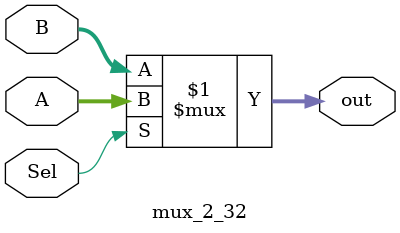
<source format=v>

`ifndef _mux_2_32
`define _mux_2_32

module mux_2_32(
      input [31:0] A, B,
      input Sel,
      output [31:0] out
    );

    assign out = (Sel)? A : B;
endmodule

`endif

</source>
